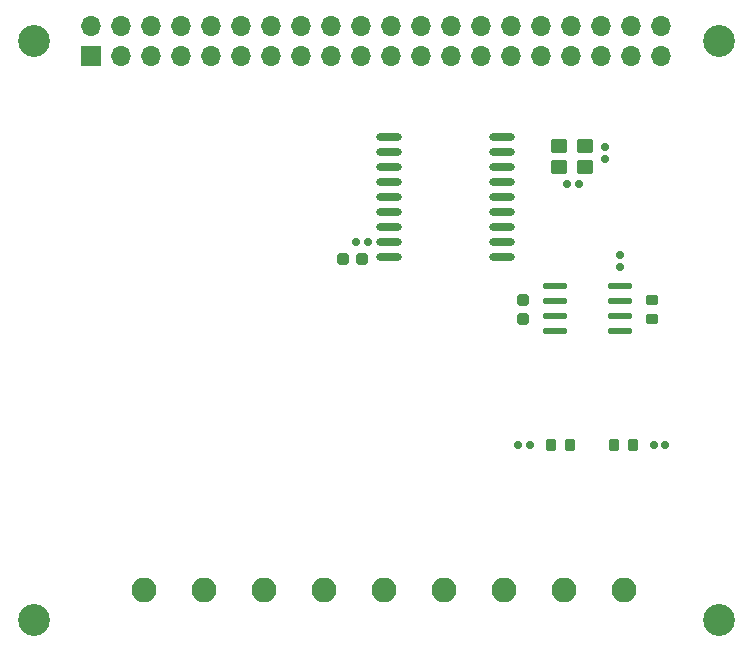
<source format=gbr>
%TF.GenerationSoftware,KiCad,Pcbnew,8.0.9*%
%TF.CreationDate,2025-09-25T17:08:19+07:00*%
%TF.ProjectId,_autosave-CAN_Shield,5f617574-6f73-4617-9665-2d43414e5f53,rev?*%
%TF.SameCoordinates,Original*%
%TF.FileFunction,Soldermask,Top*%
%TF.FilePolarity,Negative*%
%FSLAX46Y46*%
G04 Gerber Fmt 4.6, Leading zero omitted, Abs format (unit mm)*
G04 Created by KiCad (PCBNEW 8.0.9) date 2025-09-25 17:08:19*
%MOMM*%
%LPD*%
G01*
G04 APERTURE LIST*
G04 Aperture macros list*
%AMRoundRect*
0 Rectangle with rounded corners*
0 $1 Rounding radius*
0 $2 $3 $4 $5 $6 $7 $8 $9 X,Y pos of 4 corners*
0 Add a 4 corners polygon primitive as box body*
4,1,4,$2,$3,$4,$5,$6,$7,$8,$9,$2,$3,0*
0 Add four circle primitives for the rounded corners*
1,1,$1+$1,$2,$3*
1,1,$1+$1,$4,$5*
1,1,$1+$1,$6,$7*
1,1,$1+$1,$8,$9*
0 Add four rect primitives between the rounded corners*
20,1,$1+$1,$2,$3,$4,$5,0*
20,1,$1+$1,$4,$5,$6,$7,0*
20,1,$1+$1,$6,$7,$8,$9,0*
20,1,$1+$1,$8,$9,$2,$3,0*%
G04 Aperture macros list end*
%ADD10O,2.100000X2.100000*%
%ADD11C,2.700000*%
%ADD12RoundRect,0.159000X0.159000X0.189000X-0.159000X0.189000X-0.159000X-0.189000X0.159000X-0.189000X0*%
%ADD13RoundRect,0.244000X-0.244000X-0.269000X0.244000X-0.269000X0.244000X0.269000X-0.244000X0.269000X0*%
%ADD14O,2.201600X0.661600*%
%ADD15RoundRect,0.250000X0.450000X0.350000X-0.450000X0.350000X-0.450000X-0.350000X0.450000X-0.350000X0*%
%ADD16RoundRect,0.219000X0.219000X0.294000X-0.219000X0.294000X-0.219000X-0.294000X0.219000X-0.294000X0*%
%ADD17O,2.050000X0.590000*%
%ADD18RoundRect,0.159000X-0.159000X-0.189000X0.159000X-0.189000X0.159000X0.189000X-0.159000X0.189000X0*%
%ADD19RoundRect,0.244000X0.269000X-0.244000X0.269000X0.244000X-0.269000X0.244000X-0.269000X-0.244000X0*%
%ADD20RoundRect,0.219000X-0.219000X-0.294000X0.219000X-0.294000X0.219000X0.294000X-0.219000X0.294000X0*%
%ADD21RoundRect,0.159000X0.189000X-0.159000X0.189000X0.159000X-0.189000X0.159000X-0.189000X-0.159000X0*%
%ADD22RoundRect,0.219000X0.294000X-0.219000X0.294000X0.219000X-0.294000X0.219000X-0.294000X-0.219000X0*%
%ADD23R,1.700000X1.700000*%
%ADD24O,1.700000X1.700000*%
G04 APERTURE END LIST*
D10*
%TO.C,U1*%
X12801600Y5994400D03*
X17881600Y5994400D03*
X22961600Y5994400D03*
X28041600Y5994400D03*
X33121600Y5994400D03*
X38201600Y5994400D03*
X43281600Y5994400D03*
X48361600Y5994400D03*
X53441600Y5994400D03*
%TD*%
D11*
%TO.C,MH2*%
X61500000Y52500000D03*
%TD*%
D12*
%TO.C,C5*%
X45483400Y18288000D03*
X44483400Y18288000D03*
%TD*%
D13*
%TO.C,C7*%
X29682000Y34036000D03*
X31242000Y34036000D03*
%TD*%
D14*
%TO.C,U2*%
X43154100Y34163000D03*
X43154100Y35433000D03*
X43154100Y36703000D03*
X43154100Y37973000D03*
X43154100Y39243000D03*
X43154100Y40513000D03*
X43154100Y41783000D03*
X43154100Y43053000D03*
X43154100Y44323000D03*
X33553900Y44323000D03*
X33553900Y43053000D03*
X33553900Y41783000D03*
X33553900Y40513000D03*
X33553900Y39243000D03*
X33553900Y37973000D03*
X33553900Y36703000D03*
X33553900Y35433000D03*
X33553900Y34163000D03*
%TD*%
D15*
%TO.C,X1*%
X50122000Y43552000D03*
X47922000Y43552000D03*
X47922000Y41792000D03*
X50122000Y41792000D03*
%TD*%
D11*
%TO.C,MH3*%
X3500000Y3500000D03*
%TD*%
%TO.C,MH1*%
X3500000Y52500000D03*
%TD*%
D16*
%TO.C,R5*%
X48920400Y18288000D03*
X47280400Y18288000D03*
%TD*%
D17*
%TO.C,U4*%
X47623600Y31729600D03*
X47623600Y30459600D03*
X47623600Y29179600D03*
X47623600Y27909600D03*
X53163600Y27909600D03*
X53163600Y29179600D03*
X53163600Y30459600D03*
X53163600Y31729600D03*
%TD*%
D18*
%TO.C,C4*%
X55972200Y18237200D03*
X56972200Y18237200D03*
%TD*%
D19*
%TO.C,C3*%
X44907200Y28988800D03*
X44907200Y30548800D03*
%TD*%
D20*
%TO.C,R2*%
X52604200Y18237200D03*
X54244200Y18237200D03*
%TD*%
D21*
%TO.C,C1*%
X51891000Y42485100D03*
X51891000Y43485100D03*
%TD*%
D18*
%TO.C,R3*%
X30750000Y35433000D03*
X31750000Y35433000D03*
%TD*%
D11*
%TO.C,MH4*%
X61500000Y3500000D03*
%TD*%
D22*
%TO.C,R4*%
X55803800Y28923600D03*
X55803800Y30563600D03*
%TD*%
D21*
%TO.C,R1*%
X53136800Y33358200D03*
X53136800Y34358200D03*
%TD*%
D12*
%TO.C,C2*%
X49649000Y40386000D03*
X48649000Y40386000D03*
%TD*%
D23*
%TO.C,J1*%
X8370000Y51230000D03*
D24*
X8370000Y53770000D03*
X10910000Y51230000D03*
X10910000Y53770000D03*
X13450000Y51230000D03*
X13450000Y53770000D03*
X15990000Y51230000D03*
X15990000Y53770000D03*
X18530000Y51230000D03*
X18530000Y53770000D03*
X21070000Y51230000D03*
X21070000Y53770000D03*
X23610000Y51230000D03*
X23610000Y53770000D03*
X26150000Y51230000D03*
X26150000Y53770000D03*
X28690000Y51230000D03*
X28690000Y53770000D03*
X31230000Y51230000D03*
X31230000Y53770000D03*
X33770000Y51230000D03*
X33770000Y53770000D03*
X36310000Y51230000D03*
X36310000Y53770000D03*
X38850000Y51230000D03*
X38850000Y53770000D03*
X41390000Y51230000D03*
X41390000Y53770000D03*
X43930000Y51230000D03*
X43930000Y53770000D03*
X46470000Y51230000D03*
X46470000Y53770000D03*
X49010000Y51230000D03*
X49010000Y53770000D03*
X51550000Y51230000D03*
X51550000Y53770000D03*
X54090000Y51230000D03*
X54090000Y53770000D03*
X56630000Y51230000D03*
X56630000Y53770000D03*
%TD*%
M02*

</source>
